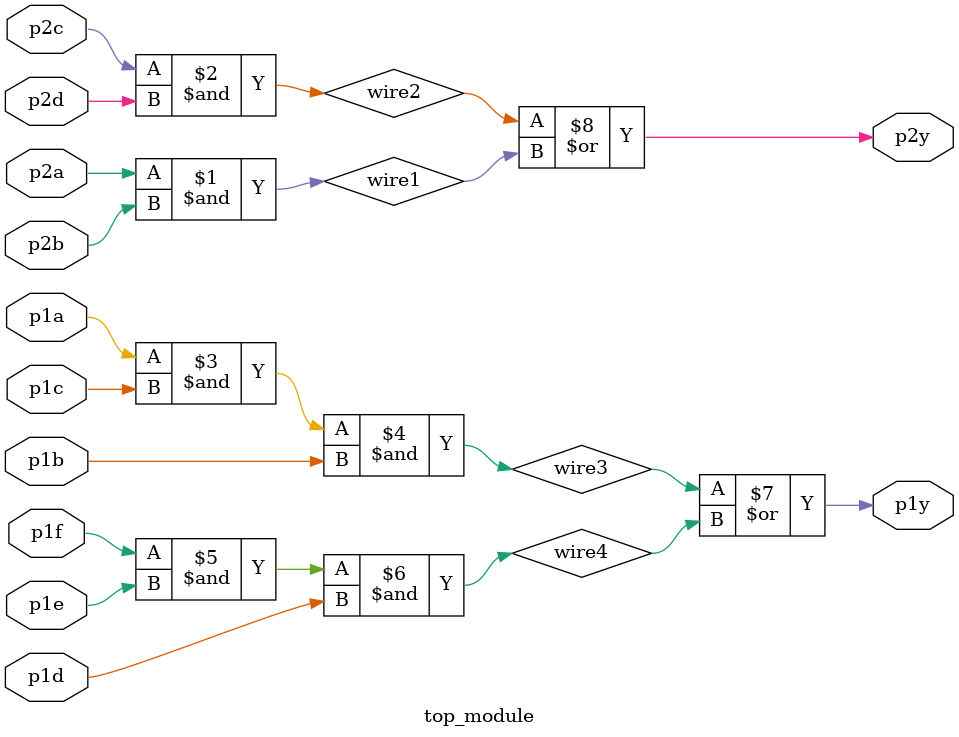
<source format=v>
module top_module ( 
    input p1a, p1b, p1c, p1d, p1e, p1f,
    output p1y,
    input p2a, p2b, p2c, p2d,
    output p2y );
    wire wire1, wire2, wire3, wire4;
    assign wire1 = p2a & p2b;
    assign wire2 = p2c & p2d;
    assign wire3 = p1a & p1c & p1b;
    assign wire4 = p1f & p1e & p1d;
    assign p1y = wire3 | wire4;
    assign p2y = wire2 | wire1;
endmodule

</source>
